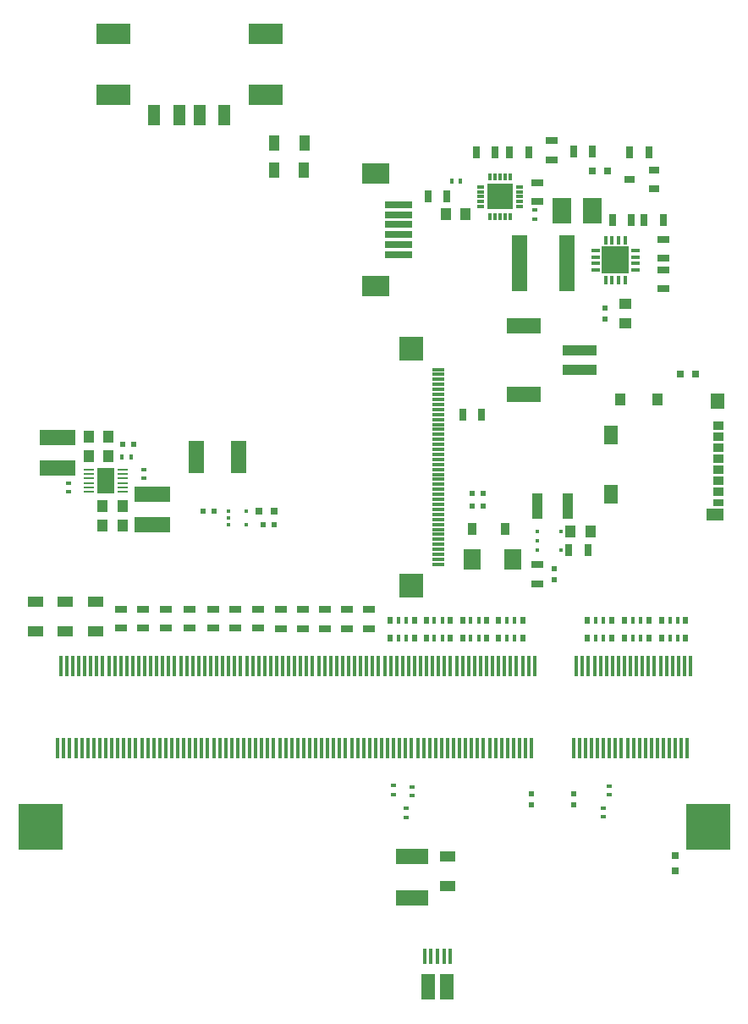
<source format=gbr>
G04 #@! TF.FileFunction,Paste,Top*
%FSLAX46Y46*%
G04 Gerber Fmt 4.6, Leading zero omitted, Abs format (unit mm)*
G04 Created by KiCad (PCBNEW 4.0.4-stable) date Monday, April 23, 2018 'PMt' 09:01:18 PM*
%MOMM*%
%LPD*%
G01*
G04 APERTURE LIST*
%ADD10C,0.100000*%
%ADD11R,0.300000X0.700000*%
%ADD12R,0.700000X0.300000*%
%ADD13R,2.500000X2.500000*%
%ADD14R,0.350000X0.850000*%
%ADD15R,0.850000X0.350000*%
%ADD16R,2.700000X2.700000*%
%ADD17R,0.450000X0.350000*%
%ADD18R,1.100000X0.850000*%
%ADD19R,1.100000X0.750000*%
%ADD20R,1.800000X1.170000*%
%ADD21R,1.350000X1.550000*%
%ADD22R,1.350000X1.900000*%
%ADD23R,1.000000X1.200000*%
%ADD24R,4.500000X4.600000*%
%ADD25R,0.350000X2.000000*%
%ADD26R,0.450000X0.300000*%
%ADD27R,1.700000X2.500000*%
%ADD28R,1.000000X0.250000*%
%ADD29R,0.500000X0.800000*%
%ADD30R,0.400000X0.800000*%
%ADD31R,0.400000X0.600000*%
%ADD32R,0.700000X1.300000*%
%ADD33R,1.300000X0.700000*%
%ADD34R,0.600000X0.400000*%
%ADD35R,1.000000X0.800000*%
%ADD36R,1.200000X0.300000*%
%ADD37R,2.400000X2.400000*%
%ADD38R,0.400000X1.650000*%
%ADD39R,1.430000X2.500000*%
%ADD40R,1.600000X5.700000*%
%ADD41R,1.000000X2.500000*%
%ADD42R,3.600000X1.500000*%
%ADD43R,1.500000X3.200000*%
%ADD44R,3.200000X1.500000*%
%ADD45R,1.778000X2.159000*%
%ADD46R,0.900000X1.200000*%
%ADD47R,1.000000X1.250000*%
%ADD48R,0.500000X0.600000*%
%ADD49R,1.250000X1.000000*%
%ADD50R,1.950000X2.500000*%
%ADD51R,0.800000X0.750000*%
%ADD52R,0.600000X0.500000*%
%ADD53R,1.000000X1.600000*%
%ADD54R,1.600000X1.000000*%
%ADD55R,0.750000X0.800000*%
%ADD56R,3.400000X1.600000*%
%ADD57R,3.500000X1.000000*%
%ADD58R,2.700000X0.700000*%
%ADD59R,2.800000X2.100000*%
%ADD60R,3.500000X2.000000*%
%ADD61R,1.250000X2.000000*%
G04 APERTURE END LIST*
D10*
D11*
X152328880Y-88083700D03*
X151828880Y-88083700D03*
X151328880Y-88083700D03*
X152828880Y-88083700D03*
X153328880Y-88083700D03*
D12*
X154293880Y-86118700D03*
X154293880Y-85618700D03*
X154293880Y-85118700D03*
X154293880Y-86618700D03*
X154293880Y-87118700D03*
X150363880Y-87118700D03*
X150363880Y-86618700D03*
X150363880Y-86118700D03*
X150363880Y-85618700D03*
X150363880Y-85118700D03*
D11*
X153328880Y-84153700D03*
X152828880Y-84153700D03*
X152328880Y-84153700D03*
X151828880Y-84153700D03*
X151328880Y-84153700D03*
D13*
X152328880Y-86118700D03*
D14*
X163520240Y-90488620D03*
X164170240Y-90488620D03*
X164820240Y-90488620D03*
X162870240Y-90488620D03*
X162870240Y-94438620D03*
X163520240Y-94438620D03*
X164170240Y-94438620D03*
X164820240Y-94438620D03*
D15*
X161870240Y-91488620D03*
X161870240Y-92138620D03*
X161870240Y-92788620D03*
X161870240Y-93438620D03*
X165820240Y-91488620D03*
X165820240Y-92138620D03*
X165820240Y-92788620D03*
X165820240Y-93438620D03*
D16*
X163845240Y-92463620D03*
D17*
X156048460Y-121473000D03*
X156048460Y-119573000D03*
X158398460Y-119573000D03*
X156048460Y-120523000D03*
X158398460Y-121473000D03*
D18*
X174188780Y-109063540D03*
X174188780Y-110163540D03*
X174188780Y-111263540D03*
X174188780Y-112363540D03*
X174188780Y-113463540D03*
X174188780Y-114563540D03*
X174188780Y-115663540D03*
D19*
X174188780Y-116713540D03*
D20*
X173838780Y-117923540D03*
D21*
X174063780Y-106603540D03*
D22*
X163363780Y-115898540D03*
X163363780Y-109928540D03*
D23*
X168038780Y-106428540D03*
X164338780Y-106428540D03*
D24*
X106300000Y-149160000D03*
X173100000Y-149160000D03*
D25*
X171350000Y-133060000D03*
X170750000Y-133060000D03*
X170150000Y-133060000D03*
X169550000Y-133060000D03*
X168950000Y-133060000D03*
X168350000Y-133060000D03*
X167750000Y-133060000D03*
X167150000Y-133060000D03*
X166550000Y-133060000D03*
X165950000Y-133060000D03*
X165350000Y-133060000D03*
X164750000Y-133060000D03*
X164150000Y-133060000D03*
X163550000Y-133060000D03*
X162950000Y-133060000D03*
X162350000Y-133060000D03*
X161750000Y-133060000D03*
X161150000Y-133060000D03*
X160550000Y-133060000D03*
X159950000Y-133060000D03*
X155750000Y-133060000D03*
X155150000Y-133060000D03*
X154550000Y-133060000D03*
X153950000Y-133060000D03*
X153350000Y-133060000D03*
X152750000Y-133060000D03*
X152150000Y-133060000D03*
X151550000Y-133060000D03*
X150950000Y-133060000D03*
X150350000Y-133060000D03*
X149750000Y-133060000D03*
X149150000Y-133060000D03*
X148550000Y-133060000D03*
X147950000Y-133060000D03*
X147350000Y-133060000D03*
X146750000Y-133060000D03*
X146150000Y-133060000D03*
X145550000Y-133060000D03*
X144950000Y-133060000D03*
X144350000Y-133060000D03*
X143750000Y-133060000D03*
X143150000Y-133060000D03*
X142550000Y-133060000D03*
X141950000Y-133060000D03*
X141350000Y-133060000D03*
X140750000Y-133060000D03*
X140150000Y-133060000D03*
X139550000Y-133060000D03*
X138950000Y-133060000D03*
X138350000Y-133060000D03*
X137750000Y-133060000D03*
X137150000Y-133060000D03*
X136550000Y-133060000D03*
X135950000Y-133060000D03*
X135350000Y-133060000D03*
X134750000Y-133060000D03*
X134150000Y-133060000D03*
X133550000Y-133060000D03*
X132950000Y-133060000D03*
X132350000Y-133060000D03*
X131750000Y-133060000D03*
X131150000Y-133060000D03*
X130550000Y-133060000D03*
X129950000Y-133060000D03*
X129350000Y-133060000D03*
X128750000Y-133060000D03*
X128150000Y-133060000D03*
X127550000Y-133060000D03*
X126950000Y-133060000D03*
X126350000Y-133060000D03*
X125750000Y-133060000D03*
X125150000Y-133060000D03*
X124550000Y-133060000D03*
X123950000Y-133060000D03*
X123350000Y-133060000D03*
X122750000Y-133060000D03*
X122150000Y-133060000D03*
X121550000Y-133060000D03*
X120950000Y-133060000D03*
X120350000Y-133060000D03*
X119750000Y-133060000D03*
X119150000Y-133060000D03*
X118550000Y-133060000D03*
X117950000Y-133060000D03*
X117350000Y-133060000D03*
X116750000Y-133060000D03*
X116150000Y-133060000D03*
X115550000Y-133060000D03*
X114950000Y-133060000D03*
X114350000Y-133060000D03*
X113750000Y-133060000D03*
X113150000Y-133060000D03*
X112550000Y-133060000D03*
X111950000Y-133060000D03*
X111350000Y-133060000D03*
X110750000Y-133060000D03*
X110150000Y-133060000D03*
X109550000Y-133060000D03*
X108950000Y-133060000D03*
X108350000Y-133060000D03*
X171050000Y-141260000D03*
X170450000Y-141260000D03*
X169850000Y-141260000D03*
X169250000Y-141260000D03*
X168650000Y-141260000D03*
X168050000Y-141260000D03*
X167450000Y-141260000D03*
X166850000Y-141260000D03*
X166250000Y-141260000D03*
X165650000Y-141260000D03*
X165050000Y-141260000D03*
X164450000Y-141260000D03*
X163850000Y-141260000D03*
X163250000Y-141260000D03*
X162650000Y-141260000D03*
X162050000Y-141260000D03*
X161450000Y-141260000D03*
X160850000Y-141260000D03*
X160250000Y-141260000D03*
X159650000Y-141260000D03*
X155450000Y-141260000D03*
X154850000Y-141260000D03*
X154250000Y-141260000D03*
X153650000Y-141260000D03*
X153050000Y-141260000D03*
X152450000Y-141260000D03*
X151850000Y-141260000D03*
X151250000Y-141260000D03*
X150650000Y-141260000D03*
X150050000Y-141260000D03*
X149450000Y-141260000D03*
X148850000Y-141260000D03*
X148250000Y-141260000D03*
X147650000Y-141260000D03*
X147050000Y-141260000D03*
X146450000Y-141260000D03*
X145850000Y-141260000D03*
X145250000Y-141260000D03*
X144650000Y-141260000D03*
X144050000Y-141260000D03*
X143450000Y-141260000D03*
X142850000Y-141260000D03*
X142250000Y-141260000D03*
X141650000Y-141260000D03*
X141050000Y-141260000D03*
X140450000Y-141260000D03*
X139850000Y-141260000D03*
X139250000Y-141260000D03*
X138650000Y-141260000D03*
X138050000Y-141260000D03*
X137450000Y-141260000D03*
X136850000Y-141260000D03*
X136250000Y-141260000D03*
X135650000Y-141260000D03*
X135050000Y-141260000D03*
X134450000Y-141260000D03*
X133850000Y-141260000D03*
X133250000Y-141260000D03*
X132650000Y-141260000D03*
X132050000Y-141260000D03*
X131450000Y-141260000D03*
X130850000Y-141260000D03*
X130250000Y-141260000D03*
X129650000Y-141260000D03*
X129050000Y-141260000D03*
X128450000Y-141260000D03*
X127850000Y-141260000D03*
X127250000Y-141260000D03*
X126650000Y-141260000D03*
X126050000Y-141260000D03*
X125450000Y-141260000D03*
X124850000Y-141260000D03*
X124250000Y-141260000D03*
X123650000Y-141260000D03*
X123050000Y-141260000D03*
X122450000Y-141260000D03*
X121850000Y-141260000D03*
X121250000Y-141260000D03*
X120650000Y-141260000D03*
X120050000Y-141260000D03*
X119450000Y-141260000D03*
X118850000Y-141260000D03*
X118250000Y-141260000D03*
X117650000Y-141260000D03*
X117050000Y-141260000D03*
X116450000Y-141260000D03*
X115850000Y-141260000D03*
X115250000Y-141260000D03*
X114650000Y-141260000D03*
X114050000Y-141260000D03*
X113450000Y-141260000D03*
X112850000Y-141260000D03*
X112250000Y-141260000D03*
X111650000Y-141260000D03*
X111050000Y-141260000D03*
X110450000Y-141260000D03*
X109850000Y-141260000D03*
X109250000Y-141260000D03*
X108650000Y-141260000D03*
X108050000Y-141260000D03*
D26*
X125126980Y-118247160D03*
X125126980Y-118897160D03*
X125126980Y-117597160D03*
X126901980Y-117597160D03*
X126901980Y-118897160D03*
D27*
X112829340Y-114541300D03*
D28*
X111129340Y-113416300D03*
X111129340Y-113866300D03*
X111129340Y-114316300D03*
X111129340Y-114766300D03*
X111129340Y-115216300D03*
X111129340Y-115666300D03*
X114529340Y-115666300D03*
X114529340Y-115216300D03*
X114529340Y-114766300D03*
X114529340Y-114316300D03*
X114529340Y-113866300D03*
X114529340Y-113416300D03*
D29*
X170887240Y-128479980D03*
D30*
X169287240Y-128479980D03*
X170087240Y-128479980D03*
D29*
X168487240Y-128479980D03*
D30*
X170087240Y-130279980D03*
D29*
X170887240Y-130279980D03*
D30*
X169287240Y-130279980D03*
D29*
X168487240Y-130279980D03*
X163455200Y-128479980D03*
D30*
X161855200Y-128479980D03*
X162655200Y-128479980D03*
D29*
X161055200Y-128479980D03*
D30*
X162655200Y-130279980D03*
D29*
X163455200Y-130279980D03*
D30*
X161855200Y-130279980D03*
D29*
X161055200Y-130279980D03*
X167172640Y-128479980D03*
D30*
X165572640Y-128479980D03*
X166372640Y-128479980D03*
D29*
X164772640Y-128479980D03*
D30*
X166372640Y-130279980D03*
D29*
X167172640Y-130279980D03*
D30*
X165572640Y-130279980D03*
D29*
X164772640Y-130279980D03*
X150950780Y-128479980D03*
D30*
X149350780Y-128479980D03*
X150150780Y-128479980D03*
D29*
X148550780Y-128479980D03*
D30*
X150150780Y-130279980D03*
D29*
X150950780Y-130279980D03*
D30*
X149350780Y-130279980D03*
D29*
X148550780Y-130279980D03*
X154572820Y-128479980D03*
D30*
X152972820Y-128479980D03*
X153772820Y-128479980D03*
D29*
X152172820Y-128479980D03*
D30*
X153772820Y-130279980D03*
D29*
X154572820Y-130279980D03*
D30*
X152972820Y-130279980D03*
D29*
X152172820Y-130279980D03*
X143711780Y-128479980D03*
D30*
X142111780Y-128479980D03*
X142911780Y-128479980D03*
D29*
X141311780Y-128479980D03*
D30*
X142911780Y-130279980D03*
D29*
X143711780Y-130279980D03*
D30*
X142111780Y-130279980D03*
D29*
X141311780Y-130279980D03*
X147331280Y-128479980D03*
D30*
X145731280Y-128479980D03*
X146531280Y-128479980D03*
D29*
X144931280Y-128479980D03*
D30*
X146531280Y-130279980D03*
D29*
X147331280Y-130279980D03*
D30*
X145731280Y-130279980D03*
D29*
X144931280Y-130279980D03*
D31*
X148338960Y-84579460D03*
X147438960Y-84579460D03*
D32*
X146966980Y-86118700D03*
X145066980Y-86118700D03*
X165285380Y-81711800D03*
X167185380Y-81711800D03*
D33*
X157449520Y-82415420D03*
X157449520Y-80515420D03*
X168648380Y-92278240D03*
X168648380Y-90378240D03*
X168656000Y-95338940D03*
X168656000Y-93438940D03*
D32*
X166723020Y-88422480D03*
X168623020Y-88422480D03*
X155150860Y-81706720D03*
X153250860Y-81706720D03*
X149923460Y-81694020D03*
X151823460Y-81694020D03*
X163527700Y-88419940D03*
X165427700Y-88419940D03*
D34*
X155816300Y-87446700D03*
X155816300Y-88346700D03*
D32*
X161571980Y-81582260D03*
X159671980Y-81582260D03*
D33*
X156009340Y-84729280D03*
X156009340Y-86629280D03*
X139176760Y-129331760D03*
X139176760Y-127431760D03*
X137002520Y-129331760D03*
X137002520Y-127431760D03*
X134792720Y-129331760D03*
X134792720Y-127431760D03*
X132580380Y-129331760D03*
X132580380Y-127431760D03*
X130335020Y-129331760D03*
X130335020Y-127431760D03*
X128125220Y-129296200D03*
X128125220Y-127396200D03*
X125844300Y-129260640D03*
X125844300Y-127360640D03*
X123563380Y-129260640D03*
X123563380Y-127360640D03*
X121246900Y-129260640D03*
X121246900Y-127360640D03*
X118894860Y-129260640D03*
X118894860Y-127360640D03*
X116613940Y-129260640D03*
X116613940Y-127360640D03*
X114333020Y-129260640D03*
X114333020Y-127360640D03*
D32*
X150459480Y-107904280D03*
X148559480Y-107904280D03*
D33*
X156049980Y-124833420D03*
X156049980Y-122933420D03*
D32*
X159194460Y-121472960D03*
X161094460Y-121472960D03*
D34*
X141676120Y-145025960D03*
X141676120Y-145925960D03*
X143461740Y-145165660D03*
X143461740Y-146065660D03*
X142872460Y-147317040D03*
X142872460Y-148217040D03*
X163250880Y-145071680D03*
X163250880Y-145971680D03*
X162651440Y-147278940D03*
X162651440Y-148178940D03*
X116674900Y-113415660D03*
X116674900Y-114315660D03*
D31*
X115395160Y-112171480D03*
X114495160Y-112171480D03*
D34*
X109146340Y-115666940D03*
X109146340Y-114766940D03*
D35*
X167685720Y-85336460D03*
X167685720Y-83436460D03*
X165285720Y-84386460D03*
D36*
X146134080Y-119900840D03*
X146134080Y-119400840D03*
X146134080Y-120400840D03*
X146134080Y-120900840D03*
X146134080Y-122900840D03*
X146134080Y-122400840D03*
X146134080Y-121400840D03*
X146134080Y-121900840D03*
X146134080Y-111900840D03*
X146134080Y-111400840D03*
X146134080Y-112400840D03*
X146134080Y-112900840D03*
X146134080Y-114900840D03*
X146134080Y-114400840D03*
X146134080Y-113400840D03*
X146134080Y-113900840D03*
X146134080Y-117900840D03*
X146134080Y-117400840D03*
X146134080Y-118400840D03*
X146134080Y-118900840D03*
X146134080Y-116900840D03*
X146134080Y-116400840D03*
X146134080Y-115400840D03*
X146134080Y-115900840D03*
X146134080Y-107900840D03*
X146134080Y-107400840D03*
X146134080Y-108400840D03*
X146134080Y-108900840D03*
X146134080Y-110900840D03*
X146134080Y-110400840D03*
X146134080Y-109400840D03*
X146134080Y-109900840D03*
X146134080Y-105900840D03*
X146134080Y-105400840D03*
X146134080Y-106400840D03*
X146134080Y-106900840D03*
X146134080Y-104900840D03*
X146134080Y-104400840D03*
X146134080Y-103400840D03*
X146134080Y-103900840D03*
D37*
X143434080Y-125000840D03*
X143434080Y-101300840D03*
D38*
X144750000Y-162076000D03*
X145400000Y-162076000D03*
X146050000Y-162076000D03*
X146700000Y-162076000D03*
X147350000Y-162076000D03*
D39*
X145090000Y-165196000D03*
X147010000Y-165196000D03*
D40*
X154291800Y-92786200D03*
X158991800Y-92786200D03*
D41*
X159046040Y-117058440D03*
X156046040Y-117058440D03*
D42*
X108016040Y-113251980D03*
X108016040Y-110201980D03*
X117495320Y-115845860D03*
X117495320Y-118895860D03*
D43*
X121910000Y-112180000D03*
X126110000Y-112180000D03*
D44*
X143492220Y-152108480D03*
X143492220Y-156308480D03*
D45*
X149552660Y-122400060D03*
X153616660Y-122400060D03*
D46*
X149546040Y-119344440D03*
X152846040Y-119344440D03*
D47*
X148850860Y-87886540D03*
X146850860Y-87886540D03*
D48*
X162821620Y-97219680D03*
X162821620Y-98319680D03*
D49*
X164825680Y-96807780D03*
X164825680Y-98807780D03*
D50*
X161547540Y-87561420D03*
X158497540Y-87561420D03*
D51*
X161563620Y-83527900D03*
X163063620Y-83527900D03*
D48*
X157718760Y-123348660D03*
X157718760Y-124448660D03*
D47*
X159342580Y-119575580D03*
X161342580Y-119575580D03*
D52*
X150641140Y-115785900D03*
X149541140Y-115785900D03*
X150641140Y-117040660D03*
X149541140Y-117040660D03*
D51*
X170336780Y-103883460D03*
X171836780Y-103883460D03*
D53*
X129690000Y-83450000D03*
X132690000Y-83450000D03*
X129720000Y-80730000D03*
X132720000Y-80730000D03*
D54*
X111803180Y-129597280D03*
X111803180Y-126597280D03*
X108783120Y-129597280D03*
X108783120Y-126597280D03*
D48*
X159669480Y-145837820D03*
X159669480Y-146937820D03*
D54*
X105801160Y-129597280D03*
X105801160Y-126597280D03*
D48*
X155455620Y-145842900D03*
X155455620Y-146942900D03*
D52*
X128609000Y-118892320D03*
X129709000Y-118892320D03*
X123679040Y-117594380D03*
X122579040Y-117594380D03*
D51*
X128208340Y-117596920D03*
X129708340Y-117596920D03*
D47*
X111128300Y-112036860D03*
X113128300Y-112036860D03*
X114517680Y-117109240D03*
X112517680Y-117109240D03*
D52*
X114517080Y-110909100D03*
X115617080Y-110909100D03*
D47*
X111130840Y-110142020D03*
X113130840Y-110142020D03*
X114517680Y-118999000D03*
X112517680Y-118999000D03*
D55*
X169857420Y-152074180D03*
X169857420Y-153574180D03*
D54*
X147027900Y-152105360D03*
X147027900Y-155105360D03*
D56*
X154705000Y-105858520D03*
D57*
X160255000Y-103458520D03*
X160255000Y-101458520D03*
D56*
X154705000Y-99058520D03*
D58*
X142166680Y-88910000D03*
X142166680Y-89910000D03*
X142166680Y-87910000D03*
X142166680Y-86910000D03*
X142166680Y-90910000D03*
X142166680Y-91910000D03*
D59*
X139816680Y-95060000D03*
X139816680Y-83760000D03*
D60*
X128835000Y-75930000D03*
X113585000Y-75930000D03*
X128835000Y-69830000D03*
X113585000Y-69830000D03*
D61*
X124710000Y-77930000D03*
X117710000Y-77930000D03*
X122210000Y-77930000D03*
X120210000Y-77930000D03*
M02*

</source>
